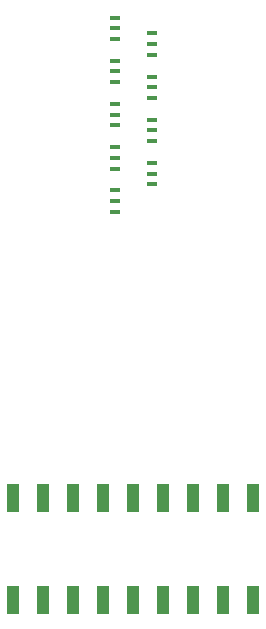
<source format=gtp>
%TF.GenerationSoftware,KiCad,Pcbnew,7.0.6-rc2-8-gf9e9ed53f9*%
%TF.CreationDate,2023-06-28T16:03:34-05:00*%
%TF.ProjectId,Tek P6860 Adapter v.2,54656b20-5036-4383-9630-204164617074,rev?*%
%TF.SameCoordinates,Original*%
%TF.FileFunction,Paste,Top*%
%TF.FilePolarity,Positive*%
%FSLAX46Y46*%
G04 Gerber Fmt 4.6, Leading zero omitted, Abs format (unit mm)*
G04 Created by KiCad (PCBNEW 7.0.6-rc2-8-gf9e9ed53f9) date 2023-06-28 16:03:34*
%MOMM*%
%LPD*%
G01*
G04 APERTURE LIST*
%ADD10R,0.810000X0.410000*%
%ADD11R,1.120000X2.440000*%
G04 APERTURE END LIST*
D10*
%TO.C,J4*%
X29677000Y-46302000D03*
X29677000Y-45387000D03*
X29677000Y-44482000D03*
X29677000Y-42642000D03*
X29677000Y-41732000D03*
X29677000Y-40822000D03*
X29677000Y-38977000D03*
X29677000Y-38072000D03*
X29677000Y-37162000D03*
X29677000Y-35322000D03*
X29677000Y-34407000D03*
X29677000Y-33502000D03*
X29677000Y-31667000D03*
X29677000Y-30757000D03*
X29677000Y-29847000D03*
X32807000Y-43962000D03*
X32807000Y-43052000D03*
X32812000Y-42142000D03*
X32812000Y-40302000D03*
X32812000Y-39392000D03*
X32812000Y-38482000D03*
X32812000Y-36647000D03*
X32812000Y-35742000D03*
X32812000Y-34832000D03*
X32807000Y-32992000D03*
X32807000Y-32082000D03*
X32812000Y-31172000D03*
%TD*%
D11*
%TO.C,SW1*%
X41376600Y-70511000D03*
X38836600Y-70511000D03*
X36296600Y-70511000D03*
X33756600Y-70511000D03*
X31216600Y-70511000D03*
X28676600Y-70511000D03*
X26136600Y-70511000D03*
X23596600Y-70511000D03*
X21056600Y-70511000D03*
X21056600Y-79121000D03*
X23596600Y-79121000D03*
X26136600Y-79121000D03*
X28676600Y-79121000D03*
X31216600Y-79121000D03*
X33756600Y-79121000D03*
X36296600Y-79121000D03*
X38836600Y-79121000D03*
X41376600Y-79121000D03*
%TD*%
M02*

</source>
